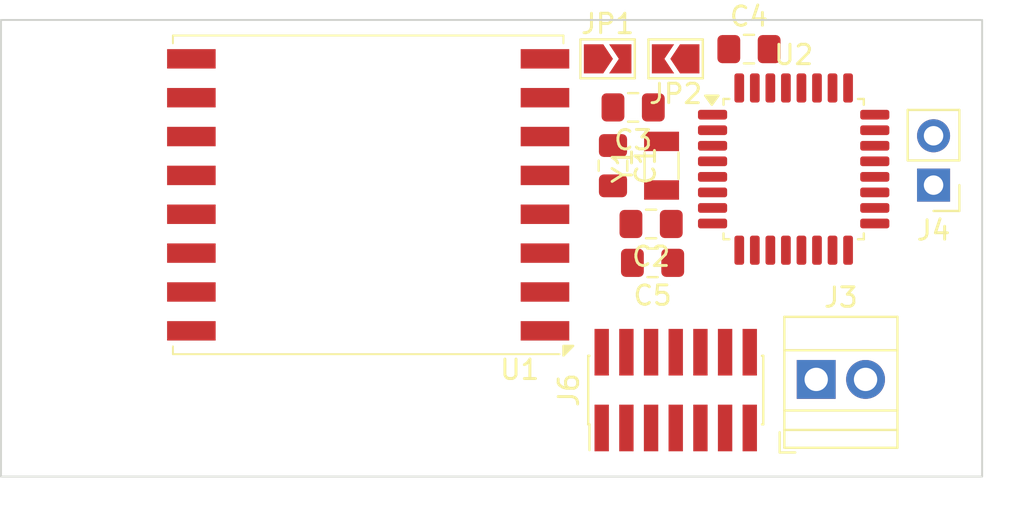
<source format=kicad_pcb>
(kicad_pcb (version 20240108) (generator "pcbnew") (generator_version "8.0")
  (layers (0 "F.Cu" signal) (31 "B.Cu" signal) (34 "B.Paste" user) (35 "F.Paste" user) (36 "B.SilkS" user "B.Silkscreen") (37 "F.SilkS" user "F.Silkscreen") (38 "B.Mask" user) (39 "F.Mask" user) (44 "Edge.Cuts" user))
  (net 0 "")
  (net 1 "Net-(U2-PC14)")
  (net 2 "GND")
  (net 3 "Net-(U2-PC15)")
  (net 4 "+BATT")
  (net 5 "/RST")
  (net 6 "/WINDOW")
  (net 7 "/SWDIO")
  (net 11 "/UART_RX")
  (net 12 "/SWCLK")
  (net 16 "/UART_TX")
  (net 18 "Net-(JP1-A)")
  (net 19 "Net-(JP2-A)")
  (net 21 "/RFM_CS")
  (net 23 "/RFM_IRQ")
  (net 24 "/RFM_MISO")
  (net 31 "/RFM_SCK")
  (net 32 "/RFM_MOSI")
  (footprint "Capacitor_SMD:C_0805_2012Metric_Pad1.18x1.45mm_HandSolder" (layer "F.Cu") (at 142.9625 71.5 180)
    (property "Reference" "C2" (at 0 -1.68 360) (layer "F.SilkS"))
    (property "Value" "5.6pF")
    (fp_line (start -0.261252 0.735) (end 0.261252 0.735) (stroke (width 0.12)) (layer "F.SilkS"))
    (fp_line (start -0.261252 -0.735) (end 0.261252 -0.735) (stroke (width 0.12)) (layer "F.SilkS"))
    (pad "1" smd roundrect (at -1.0375 0 180) (size 1.175 1.45) (layers "F.Cu" "F.Paste" "F.Mask") (roundrect_rratio 0.212766) (net 3 "Net-(U2-PC15)"))
    (pad "2" smd roundrect (at 1.0375 0 180) (size 1.175 1.45) (layers "F.Cu" "F.Paste" "F.Mask") (roundrect_rratio 0.212766) (net 2 "GND"))
  )
  (footprint "Jumper:SolderJumper-2_P1.3mm_Open_TrianglePad1.0x1.5mm" (layer "F.Cu") (at 144.225 63 180)
    (property "Reference" "JP2" (at 0 -1.8 360) (layer "F.SilkS"))
    (property "Value" "SolderJumper_2_Bridged")
    (fp_line (start 1.4 1) (end -1.4 1) (stroke (width 0.12)) (layer "F.SilkS"))
    (fp_line (start 1.4 -1) (end 1.4 1) (stroke (width 0.12)) (layer "F.SilkS"))
    (fp_line (start -1.4 1) (end -1.4 -1) (stroke (width 0.12)) (layer "F.SilkS"))
    (fp_line (start -1.4 -1) (end 1.4 -1) (stroke (width 0.12)) (layer "F.SilkS"))
    (pad "1" smd custom (at -0.725 0 180) (size 0.3 0.3) (layers "F.Cu" "F.Mask") (net 19 "Net-(JP2-A)") (options (clearance outline) (anchor rect)) (primitives (gr_poly (pts (xy 1 0) (xy 0.5 0.75) (xy -0.5 0.75) (xy -0.5 -0.75) (xy 0.5 -0.75)) (width 0) (fill yes))))
    (pad "2" smd custom (at 0.725 0 180) (size 0.3 0.3) (layers "F.Cu" "F.Mask") (net 4 "+BATT") (options (clearance outline) (anchor rect)) (primitives (gr_poly (pts (xy 0.5 0.75) (xy -0.65 0.75) (xy -0.15 0) (xy -0.65 -0.75) (xy 0.5 -0.75)) (width 0) (fill yes))))
  )
  (footprint "TerminalBlock:TerminalBlock_Xinya_XY308-2.54-2P_1x02_P2.54mm_Horizontal" (layer "F.Cu") (at 151.46 79.5)
    (property "Reference" "J3" (at 1.27 -4.22 0) (layer "F.SilkS"))
    (property "Value" "Screw_Terminal_01x02")
    (fp_line (start -1.88 2.72) (end -1.88 3.76) (stroke (width 0.12)) (layer "F.SilkS"))
    (fp_line (start -1.88 3.76) (end -1.08 3.76) (stroke (width 0.12)) (layer "F.SilkS"))
    (fp_line (start -1.64 -3.22) (end -1.64 3.52) (stroke (width 0.12)) (layer "F.SilkS"))
    (fp_line (start -1.64 -3.22) (end 4.18 -3.22) (stroke (width 0.12)) (layer "F.SilkS"))
    (fp_line (start -1.64 -1.501) (end 4.18 -1.501) (stroke (width 0.12)) (layer "F.SilkS"))
    (fp_line (start -1.64 1.6) (end 4.18 1.6) (stroke (width 0.12)) (layer "F.SilkS"))
    (fp_line (start -1.64 2.6) (end 4.18 2.6) (stroke (width 0.12)) (layer "F.SilkS"))
    (fp_line (start -1.64 3.52) (end 4.18 3.52) (stroke (width 0.12)) (layer "F.SilkS"))
    (fp_line (start 4.18 -3.22) (end 4.18 3.52) (stroke (width 0.12)) (layer "F.SilkS"))
    (pad "1" thru_hole rect (at 0 0) (size 2 2) (drill 1.2) (layers "*.Cu" "*.Mask") (net 6 "/WINDOW"))
    (pad "2" thru_hole circle (at 2.54 0) (size 2 2) (drill 1.2) (layers "*.Cu" "*.Mask") (net 2 "GND"))
  )
  (footprint "Capacitor_SMD:C_0805_2012Metric_Pad1.18x1.45mm_HandSolder" (layer "F.Cu") (at 142.0375 65.5 180)
    (property "Reference" "C3" (at 0 -1.68 360) (layer "F.SilkS"))
    (property "Value" "4.7uF")
    (fp_line (start -0.261252 0.735) (end 0.261252 0.735) (stroke (width 0.12)) (layer "F.SilkS"))
    (fp_line (start -0.261252 -0.735) (end 0.261252 -0.735) (stroke (width 0.12)) (layer "F.SilkS"))
    (pad "1" smd roundrect (at -1.0375 0 180) (size 1.175 1.45) (layers "F.Cu" "F.Paste" "F.Mask") (roundrect_rratio 0.212766) (net 4 "+BATT"))
    (pad "2" smd roundrect (at 1.0375 0 180) (size 1.175 1.45) (layers "F.Cu" "F.Paste" "F.Mask") (roundrect_rratio 0.212766) (net 2 "GND"))
  )
  (footprint "Capacitor_SMD:C_0805_2012Metric_Pad1.18x1.45mm_HandSolder" (layer "F.Cu") (at 143.0375 73.5 180)
    (property "Reference" "C5" (at 0 -1.68 360) (layer "F.SilkS"))
    (property "Value" "100nF")
    (fp_line (start -0.261252 0.735) (end 0.261252 0.735) (stroke (width 0.12)) (layer "F.SilkS"))
    (fp_line (start -0.261252 -0.735) (end 0.261252 -0.735) (stroke (width 0.12)) (layer "F.SilkS"))
    (pad "1" smd roundrect (at -1.0375 0 180) (size 1.175 1.45) (layers "F.Cu" "F.Paste" "F.Mask") (roundrect_rratio 0.212766) (net 5 "/RST"))
    (pad "2" smd roundrect (at 1.0375 0 180) (size 1.175 1.45) (layers "F.Cu" "F.Paste" "F.Mask") (roundrect_rratio 0.212766) (net 2 "GND"))
  )
  (footprint "Jumper:SolderJumper-2_P1.3mm_Open_TrianglePad1.0x1.5mm" (layer "F.Cu") (at 140.725 63)
    (property "Reference" "JP1" (at 0 -1.8 0) (layer "F.SilkS"))
    (property "Value" "SolderJumper_2_Bridged")
    (fp_line (start -1.4 -1) (end 1.4 -1) (stroke (width 0.12)) (layer "F.SilkS"))
    (fp_line (start -1.4 1) (end -1.4 -1) (stroke (width 0.12)) (layer "F.SilkS"))
    (fp_line (start 1.4 -1) (end 1.4 1) (stroke (width 0.12)) (layer "F.SilkS"))
    (fp_line (start 1.4 1) (end -1.4 1) (stroke (width 0.12)) (layer "F.SilkS"))
    (pad "1" smd custom (at -0.725 0) (size 0.3 0.3) (layers "F.Cu" "F.Mask") (net 18 "Net-(JP1-A)") (options (clearance outline) (anchor rect)) (primitives (gr_poly (pts (xy 1 0) (xy 0.5 0.75) (xy -0.5 0.75) (xy -0.5 -0.75) (xy 0.5 -0.75)) (width 0) (fill yes))))
    (pad "2" smd custom (at 0.725 0) (size 0.3 0.3) (layers "F.Cu" "F.Mask") (net 4 "+BATT") (options (clearance outline) (anchor rect)) (primitives (gr_poly (pts (xy 0.5 0.75) (xy -0.65 0.75) (xy -0.15 0) (xy -0.65 -0.75) (xy 0.5 -0.75)) (width 0) (fill yes))))
  )
  (footprint "Connector_PinHeader_1.27mm:PinHeader_2x07_P1.27mm_Vertical_SMD" (layer "F.Cu") (at 144.23 80.05 90)
    (property "Reference" "J6" (at 0 -5.505 90) (layer "F.SilkS"))
    (property "Value" "Conn_ST_STDC14")
    (fp_line (start 1.765 -4.505) (end 1.765 -4.44) (stroke (width 0.12)) (layer "F.SilkS"))
    (fp_line (start -1.765 -4.505) (end 1.765 -4.505) (stroke (width 0.12)) (layer "F.SilkS"))
    (fp_line (start -1.765 -4.505) (end -1.765 -4.44) (stroke (width 0.12)) (layer "F.SilkS"))
    (fp_line (start -3.09 -4.44) (end -1.765 -4.44) (stroke (width 0.12)) (layer "F.SilkS"))
    (fp_line (start 1.765 4.44) (end 1.765 4.505) (stroke (width 0.12)) (layer "F.SilkS"))
    (fp_line (start -1.765 4.44) (end -1.765 4.505) (stroke (width 0.12)) (layer "F.SilkS"))
    (fp_line (start -1.765 4.505) (end 1.765 4.505) (stroke (width 0.12)) (layer "F.SilkS"))
    (pad "1" smd rect (at -1.95 -3.81 90) (size 2.4 0.74) (layers "F.Cu" "F.Paste" "F.Mask"))
    (pad "2" smd rect (at 1.95 -3.81 90) (size 2.4 0.74) (layers "F.Cu" "F.Paste" "F.Mask"))
    (pad "3" smd rect (at -1.95 -2.54 90) (size 2.4 0.74) (layers "F.Cu" "F.Paste" "F.Mask"))
    (pad "4" smd rect (at 1.95 -2.54 90) (size 2.4 0.74) (layers "F.Cu" "F.Paste" "F.Mask") (net 7 "/SWDIO"))
    (pad "5" smd rect (at -1.95 -1.27 90) (size 2.4 0.74) (layers "F.Cu" "F.Paste" "F.Mask") (net 2 "GND"))
    (pad "6" smd rect (at 1.95 -1.27 90) (size 2.4 0.74) (layers "F.Cu" "F.Paste" "F.Mask") (net 12 "/SWCLK"))
    (pad "7" smd rect (at -1.95 0 90) (size 2.4 0.74) (layers "F.Cu" "F.Paste" "F.Mask") (net 2 "GND"))
    (pad "8" smd rect (at 1.95 0 90) (size 2.4 0.74) (layers "F.Cu" "F.Paste" "F.Mask"))
    (pad "9" smd rect (at -1.95 1.27 90) (size 2.4 0.74) (layers "F.Cu" "F.Paste" "F.Mask"))
    (pad "10" smd rect (at 1.95 1.27 90) (size 2.4 0.74) (layers "F.Cu" "F.Paste" "F.Mask"))
    (pad "11" smd rect (at -1.95 2.54 90) (size 2.4 0.74) (layers "F.Cu" "F.Paste" "F.Mask"))
    (pad "12" smd rect (at 1.95 2.54 90) (size 2.4 0.74) (layers "F.Cu" "F.Paste" "F.Mask") (net 5 "/RST"))
    (pad "13" smd rect (at -1.95 3.81 90) (size 2.4 0.74) (layers "F.Cu" "F.Paste" "F.Mask") (net 11 "/UART_RX"))
    (pad "14" smd rect (at 1.95 3.81 90) (size 2.4 0.74) (layers "F.Cu" "F.Paste" "F.Mask") (net 16 "/UART_TX"))
  )
  (footprint "Package_QFP:LQFP-32_7x7mm_P0.8mm" (layer "F.Cu") (at 150.3 68.675)
    (property "Reference" "U2" (at 0 -5.88 0) (layer "F.SilkS"))
    (property "Value" "STM32G031K8Tx")
    (fp_line (start -3.61 -3.61) (end -3.61 -3.31) (stroke (width 0.12)) (layer "F.SilkS"))
    (fp_line (start -3.61 3.61) (end -3.61 3.31) (stroke (width 0.12)) (layer "F.SilkS"))
    (fp_line (start -3.31 -3.61) (end -3.61 -3.61) (stroke (width 0.12)) (layer "F.SilkS"))
    (fp_line (start -3.31 3.61) (end -3.61 3.61) (stroke (width 0.12)) (layer "F.SilkS"))
    (fp_line (start 3.31 -3.61) (end 3.61 -3.61) (stroke (width 0.12)) (layer "F.SilkS"))
    (fp_line (start 3.31 3.61) (end 3.61 3.61) (stroke (width 0.12)) (layer "F.SilkS"))
    (fp_line (start 3.61 -3.61) (end 3.61 -3.31) (stroke (width 0.12)) (layer "F.SilkS"))
    (fp_line (start 3.61 3.61) (end 3.61 3.31) (stroke (width 0.12)) (layer "F.SilkS"))
    (fp_poly (pts (xy -4.2125 -3.31) (xy -4.5525 -3.78) (xy -3.8725 -3.78) (xy -4.2125 -3.31)) (stroke (width 0.12)) (fill solid) (layer "F.SilkS"))
    (pad "1" smd roundrect (at -4.175 -2.8) (size 1.5 0.5) (layers "F.Cu" "F.Paste" "F.Mask"))
    (pad "2" smd roundrect (at -4.175 -2) (size 1.5 0.5) (layers "F.Cu" "F.Paste" "F.Mask") (net 1 "Net-(U2-PC14)"))
    (pad "3" smd roundrect (at -4.175 -1.2) (size 1.5 0.5) (layers "F.Cu" "F.Paste" "F.Mask") (net 3 "Net-(U2-PC15)"))
    (pad "4" smd roundrect (at -4.175 -0.4) (size 1.5 0.5) (layers "F.Cu" "F.Paste" "F.Mask") (net 19 "Net-(JP2-A)"))
    (pad "5" smd roundrect (at -4.175 0.4) (size 1.5 0.5) (layers "F.Cu" "F.Paste" "F.Mask") (net 2 "GND"))
    (pad "6" smd roundrect (at -4.175 1.2) (size 1.5 0.5) (layers "F.Cu" "F.Paste" "F.Mask") (net 5 "/RST"))
    (pad "7" smd roundrect (at -4.175 2) (size 1.5 0.5) (layers "F.Cu" "F.Paste" "F.Mask"))
    (pad "8" smd roundrect (at -4.175 2.8) (size 1.5 0.5) (layers "F.Cu" "F.Paste" "F.Mask"))
    (pad "9" smd roundrect (at -2.8 4.175) (size 0.5 1.5) (layers "F.Cu" "F.Paste" "F.Mask") (net 16 "/UART_TX"))
    (pad "10" smd roundrect (at -2 4.175) (size 0.5 1.5) (layers "F.Cu" "F.Paste" "F.Mask") (net 11 "/UART_RX"))
    (pad "11" smd roundrect (at -1.2 4.175) (size 0.5 1.5) (layers "F.Cu" "F.Paste" "F.Mask") (net 6 "/WINDOW"))
    (pad "12" smd roundrect (at -0.4 4.175) (size 0.5 1.5) (layers "F.Cu" "F.Paste" "F.Mask"))
    (pad "13" smd roundrect (at 0.4 4.175) (size 0.5 1.5) (layers "F.Cu" "F.Paste" "F.Mask"))
    (pad "14" smd roundrect (at 1.2 4.175) (size 0.5 1.5) (layers "F.Cu" "F.Paste" "F.Mask"))
    (pad "15" smd roundrect (at 2 4.175) (size 0.5 1.5) (layers "F.Cu" "F.Paste" "F.Mask"))
    (pad "16" smd roundrect (at 2.8 4.175) (size 0.5 1.5) (layers "F.Cu" "F.Paste" "F.Mask"))
    (pad "17" smd roundrect (at 4.175 2.8) (size 1.5 0.5) (layers "F.Cu" "F.Paste" "F.Mask"))
    (pad "18" smd roundrect (at 4.175 2) (size 1.5 0.5) (layers "F.Cu" "F.Paste" "F.Mask"))
    (pad "19" smd roundrect (at 4.175 1.2) (size 1.5 0.5) (layers "F.Cu" "F.Paste" "F.Mask"))
    (pad "20" smd roundrect (at 4.175 0.4) (size 1.5 0.5) (layers "F.Cu" "F.Paste" "F.Mask"))
    (pad "21" smd roundrect (at 4.175 -0.4) (size 1.5 0.5) (layers "F.Cu" "F.Paste" "F.Mask"))
    (pad "22" smd roundrect (at 4.175 -1.2) (size 1.5 0.5) (layers "F.Cu" "F.Paste" "F.Mask"))
    (pad "23" smd roundrect (at 4.175 -2) (size 1.5 0.5) (layers "F.Cu" "F.Paste" "F.Mask"))
    (pad "24" smd roundrect (at 4.175 -2.8) (size 1.5 0.5) (layers "F.Cu" "F.Paste" "F.Mask") (net 7 "/SWDIO"))
    (pad "25" smd roundrect (at 2.8 -4.175) (size 0.5 1.5) (layers "F.Cu" "F.Paste" "F.Mask") (net 12 "/SWCLK"))
    (pad "26" smd roundrect (at 2 -4.175) (size 0.5 1.5) (layers "F.Cu" "F.Paste" "F.Mask") (net 21 "/RFM_CS"))
    (pad "27" smd roundrect (at 1.2 -4.175) (size 0.5 1.5) (layers "F.Cu" "F.Paste" "F.Mask") (net 31 "/RFM_SCK"))
    (pad "28" smd roundrect (at 0.4 -4.175) (size 0.5 1.5) (layers "F.Cu" "F.Paste" "F.Mask") (net 24 "/RFM_MISO"))
    (pad "29" smd roundrect (at -0.4 -4.175) (size 0.5 1.5) (layers "F.Cu" "F.Paste" "F.Mask") (net 32 "/RFM_MOSI"))
    (pad "30" smd roundrect (at -1.2 -4.175) (size 0.5 1.5) (layers "F.Cu" "F.Paste" "F.Mask") (net 23 "/RFM_IRQ"))
    (pad "31" smd roundrect (at -2 -4.175) (size 0.5 1.5) (layers "F.Cu" "F.Paste" "F.Mask"))
    (pad "32" smd roundrect (at -2.8 -4.175) (size 0.5 1.5) (layers "F.Cu" "F.Paste" "F.Mask"))
  )
  (footprint "Connector_PinHeader_2.54mm:PinHeader_1x02_P2.54mm_Vertical" (layer "F.Cu") (at 157.5 69.5 180)
    (property "Reference" "J4" (at 0 -2.33 180) (layer "F.SilkS"))
    (property "Value" "Conn_01x02")
    (fp_line (start 1.33 1.27) (end 1.33 3.87) (stroke (width 0.12)) (layer "F.SilkS"))
    (fp_line (start -1.33 3.87) (end 1.33 3.87) (stroke (width 0.12)) (layer "F.SilkS"))
    (fp_line (start -1.33 1.27) (end 1.33 1.27) (stroke (width 0.12)) (layer "F.SilkS"))
    (fp_line (start -1.33 1.27) (end -1.33 3.87) (stroke (width 0.12)) (layer "F.SilkS"))
    (fp_line (start -1.33 0) (end -1.33 -1.33) (stroke (width 0.12)) (layer "F.SilkS"))
    (fp_line (start -1.33 -1.33) (end 0 -1.33) (stroke (width 0.12)) (layer "F.SilkS"))
    (pad "1" thru_hole rect (at 0 0 180) (size 1.7 1.7) (drill 1) (layers "*.Cu" "*.Mask") (net 4 "+BATT"))
    (pad "2" thru_hole oval (at 0 2.54 180) (size 1.7 1.7) (drill 1) (layers "*.Cu" "*.Mask") (net 2 "GND"))
  )
  (footprint "Capacitor_SMD:C_0805_2012Metric_Pad1.18x1.45mm_HandSolder" (layer "F.Cu") (at 141 68.5 -90)
    (property "Reference" "C1" (at 0 -1.68 90) (layer "F.SilkS"))
    (property "Value" "5.6pF")
    (fp_line (start -0.261252 0.735) (end 0.261252 0.735) (stroke (width 0.12)) (layer "F.SilkS"))
    (fp_line (start -0.261252 -0.735) (end 0.261252 -0.735) (stroke (width 0.12)) (layer "F.SilkS"))
    (pad "1" smd roundrect (at -1.0375 0 270) (size 1.175 1.45) (layers "F.Cu" "F.Paste" "F.Mask") (roundrect_rratio 0.212766) (net 1 "Net-(U2-PC14)"))
    (pad "2" smd roundrect (at 1.0375 0 270) (size 1.175 1.45) (layers "F.Cu" "F.Paste" "F.Mask") (roundrect_rratio 0.212766) (net 2 "GND"))
  )
  (footprint "RF_Module:HOPERF_RFM69HW" (layer "F.Cu") (at 128.4 70 180)
    (property "Reference" "U1" (at -7.8 -9 360) (layer "F.SilkS"))
    (property "Value" "RFM69HW")
    (fp_line (start 10.05 7.8) (end 10.05 8.2) (stroke (width 0.1)) (layer "F.SilkS"))
    (fp_line (start 10.05 -8.2) (end 10.05 -7.8) (stroke (width 0.1)) (layer "F.SilkS"))
    (fp_line (start -9.85 -8.2) (end 10.05 -8.2) (stroke (width 0.1)) (layer "F.SilkS"))
    (fp_line (start -10.05 8.2) (end 10.05 8.2) (stroke (width 0.1)) (layer "F.SilkS"))
    (fp_line (start -10.05 7.8) (end -10.05 8.2) (stroke (width 0.1)) (layer "F.SilkS"))
    (fp_poly (pts (xy -10.05 -7.775) (xy -10.55 -7.775) (xy -10.05 -8.275) (xy -10.05 -7.775)) (stroke (width 0.12)) (fill solid) (layer "F.SilkS"))
    (pad "1" smd rect (at -9.1 -7 180) (size 2.5 1) (layers "F.Cu" "F.Paste" "F.Mask"))
    (pad "2" smd rect (at -9.1 -5 180) (size 2.5 1) (layers "F.Cu" "F.Paste" "F.Mask"))
    (pad "3" smd rect (at -9.1 -3 180) (size 2.5 1) (layers "F.Cu" "F.Paste" "F.Mask") (net 23 "/RFM_IRQ"))
    (pad "4" smd rect (at -9.1 -1 180) (size 2.5 1) (layers "F.Cu" "F.Paste" "F.Mask"))
    (pad "5" smd rect (at -9.1 1 180) (size 2.5 1) (layers "F.Cu" "F.Paste" "F.Mask"))
    (pad "6" smd rect (at -9.1 3 180) (size 2.5 1) (layers "F.Cu" "F.Paste" "F.Mask"))
    (pad "7" smd rect (at -9.1 5 180) (size 2.5 1) (layers "F.Cu" "F.Paste" "F.Mask"))
    (pad "8" smd rect (at -9.1 7 180) (size 2.5 1) (layers "F.Cu" "F.Paste" "F.Mask") (net 18 "Net-(JP1-A)"))
    (pad "9" smd rect (at 9.1 7 180) (size 2.5 1) (layers "F.Cu" "F.Paste" "F.Mask") (net 2 "GND"))
    (pad "10" smd rect (at 9.1 5 180) (size 2.5 1) (layers "F.Cu" "F.Paste" "F.Mask"))
    (pad "11" smd rect (at 9.1 3 180) (size 2.5 1) (layers "F.Cu" "F.Paste" "F.Mask") (net 2 "GND"))
    (pad "12" smd rect (at 9.1 1 180) (size 2.5 1) (layers "F.Cu" "F.Paste" "F.Mask") (net 31 "/RFM_SCK"))
    (pad "13" smd rect (at 9.1 -1 180) (size 2.5 1) (layers "F.Cu" "F.Paste" "F.Mask") (net 24 "/RFM_MISO"))
    (pad "14" smd rect (at 9.1 -3 180) (size 2.5 1) (layers "F.Cu" "F.Paste" "F.Mask") (net 32 "/RFM_MOSI"))
    (pad "15" smd rect (at 9.1 -5 180) (size 2.5 1) (layers "F.Cu" "F.Paste" "F.Mask") (net 21 "/RFM_CS"))
    (pad "16" smd rect (at 9.1 -7 180) (size 2.5 1) (layers "F.Cu" "F.Paste" "F.Mask"))
  )
  (footprint "Crystal:Crystal_SMD_3215-2Pin_3.2x1.5mm" (layer "F.Cu") (at 143.5 68.5 90)
    (property "Reference" "Y1" (at 0 -2 90) (layer "F.SilkS"))
    (property "Value" "32.768KHz")
    (fp_line (start -0.675 -0.875) (end 0.675 -0.875) (stroke (width 0.12)) (layer "F.SilkS"))
    (fp_line (start -0.675 0.875) (end 0.675 0.875) (stroke (width 0.12)) (layer "F.SilkS"))
    (pad "1" smd rect (at 1.25 0 90) (size 1 1.8) (layers "F.Cu" "F.Paste" "F.Mask") (net 1 "Net-(U2-PC14)"))
    (pad "2" smd rect (at -1.25 0 90) (size 1 1.8) (layers "F.Cu" "F.Paste" "F.Mask") (net 3 "Net-(U2-PC15)"))
  )
  (footprint "Capacitor_SMD:C_0805_2012Metric_Pad1.18x1.45mm_HandSolder" (layer "F.Cu") (at 148 62.5)
    (property "Reference" "C4" (at 0 -1.68 0) (layer "F.SilkS"))
    (property "Value" "100nF")
    (fp_line (start -0.261252 -0.735) (end 0.261252 -0.735) (stroke (width 0.12)) (layer "F.SilkS"))
    (fp_line (start -0.261252 0.735) (end 0.261252 0.735) (stroke (width 0.12)) (layer "F.SilkS"))
    (pad "1" smd roundrect (at -1.0375 0) (size 1.175 1.45) (layers "F.Cu" "F.Paste" "F.Mask") (roundrect_rratio 0.212766) (net 4 "+BATT"))
    (pad "2" smd roundrect (at 1.0375 0) (size 1.175 1.45) (layers "F.Cu" "F.Paste" "F.Mask") (roundrect_rratio 0.212766) (net 2 "GND"))
  )
  (gr_rect (start 109.5 61) (end 160 84.5) (stroke (width 0.1)) (fill none) (layer "Edge.Cuts"))
)
</source>
